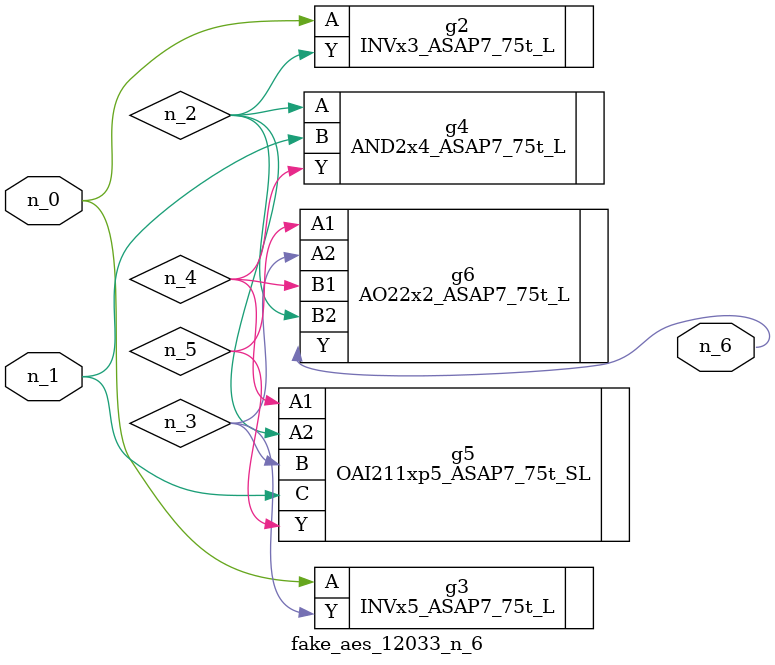
<source format=v>
module fake_aes_12033_n_6 (n_1, n_0, n_6);
input n_1;
input n_0;
output n_6;
wire n_2;
wire n_4;
wire n_3;
wire n_5;
INVx3_ASAP7_75t_L g2 ( .A(n_0), .Y(n_2) );
INVx5_ASAP7_75t_L g3 ( .A(n_0), .Y(n_3) );
AND2x4_ASAP7_75t_L g4 ( .A(n_2), .B(n_1), .Y(n_4) );
OAI211xp5_ASAP7_75t_SL g5 ( .A1(n_4), .A2(n_2), .B(n_3), .C(n_1), .Y(n_5) );
AO22x2_ASAP7_75t_L g6 ( .A1(n_5), .A2(n_3), .B1(n_4), .B2(n_2), .Y(n_6) );
endmodule
</source>
